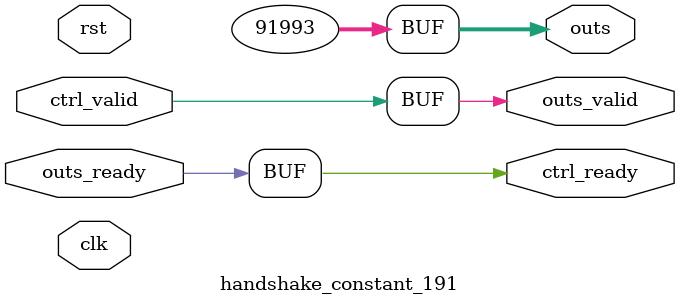
<source format=v>
`timescale 1ns / 1ps
module handshake_constant_191 #(
  parameter DATA_WIDTH = 32  // Default set to 32 bits
) (
  input                       clk,
  input                       rst,
  // Input Channel
  input                       ctrl_valid,
  output                      ctrl_ready,
  // Output Channel
  output [DATA_WIDTH - 1 : 0] outs,
  output                      outs_valid,
  input                       outs_ready
);
  assign outs       = 18'b010110011101011001;
  assign outs_valid = ctrl_valid;
  assign ctrl_ready = outs_ready;

endmodule

</source>
